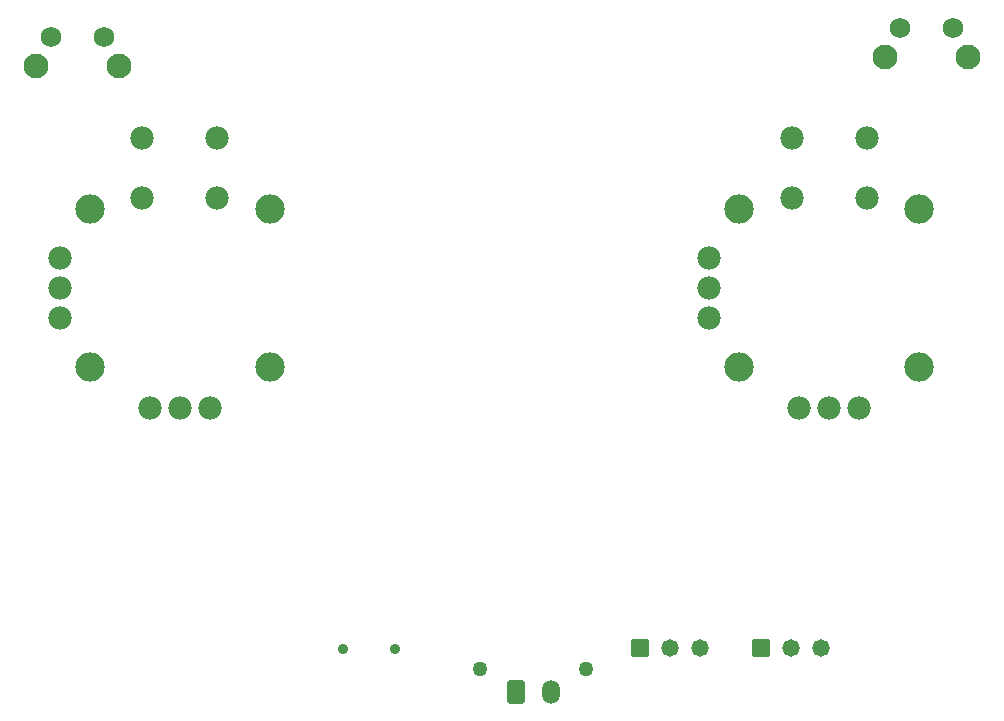
<source format=gbr>
%TF.GenerationSoftware,KiCad,Pcbnew,8.0.6*%
%TF.CreationDate,2025-02-26T11:59:33+01:00*%
%TF.ProjectId,CONTROL WIFI ESP32 S3 V4.0,434f4e54-524f-44c2-9057-494649204553,rev?*%
%TF.SameCoordinates,Original*%
%TF.FileFunction,Soldermask,Bot*%
%TF.FilePolarity,Negative*%
%FSLAX46Y46*%
G04 Gerber Fmt 4.6, Leading zero omitted, Abs format (unit mm)*
G04 Created by KiCad (PCBNEW 8.0.6) date 2025-02-26 11:59:33*
%MOMM*%
%LPD*%
G01*
G04 APERTURE LIST*
G04 Aperture macros list*
%AMRoundRect*
0 Rectangle with rounded corners*
0 $1 Rounding radius*
0 $2 $3 $4 $5 $6 $7 $8 $9 X,Y pos of 4 corners*
0 Add a 4 corners polygon primitive as box body*
4,1,4,$2,$3,$4,$5,$6,$7,$8,$9,$2,$3,0*
0 Add four circle primitives for the rounded corners*
1,1,$1+$1,$2,$3*
1,1,$1+$1,$4,$5*
1,1,$1+$1,$6,$7*
1,1,$1+$1,$8,$9*
0 Add four rect primitives between the rounded corners*
20,1,$1+$1,$2,$3,$4,$5,0*
20,1,$1+$1,$4,$5,$6,$7,0*
20,1,$1+$1,$6,$7,$8,$9,0*
20,1,$1+$1,$8,$9,$2,$3,0*%
G04 Aperture macros list end*
%ADD10RoundRect,0.102000X-0.634000X-0.634000X0.634000X-0.634000X0.634000X0.634000X-0.634000X0.634000X0*%
%ADD11C,1.472000*%
%ADD12C,1.982000*%
%ADD13C,2.490000*%
%ADD14C,2.100000*%
%ADD15C,1.750000*%
%ADD16C,0.900000*%
%ADD17C,1.270000*%
%ADD18RoundRect,0.250001X-0.499999X-0.759999X0.499999X-0.759999X0.499999X0.759999X-0.499999X0.759999X0*%
%ADD19O,1.500000X2.020000*%
G04 APERTURE END LIST*
D10*
%TO.C,POT1*%
X97950000Y-135500000D03*
D11*
X100490000Y-135500000D03*
X103030000Y-135500000D03*
%TD*%
D12*
%TO.C,U4*%
X100575000Y-92300000D03*
X106925000Y-92300000D03*
X100575000Y-97380000D03*
X106925000Y-97380000D03*
X101210000Y-115160000D03*
X103750000Y-115160000D03*
X106290000Y-115160000D03*
D13*
X96130000Y-98332500D03*
X96130000Y-111667500D03*
X111370000Y-111667500D03*
X111370000Y-98332500D03*
D12*
X93590000Y-102460000D03*
X93590000Y-105000000D03*
X93590000Y-107540000D03*
%TD*%
D14*
%TO.C,SW3*%
X36625000Y-86217500D03*
X43635000Y-86217500D03*
D15*
X37875000Y-83727500D03*
X42375000Y-83727500D03*
%TD*%
D16*
%TO.C,J3*%
X62600000Y-135575000D03*
X67000000Y-135575000D03*
%TD*%
D17*
%TO.C,J2*%
X74200000Y-137240000D03*
X83200000Y-137240000D03*
D18*
X77200000Y-139200000D03*
D19*
X80200000Y-139200000D03*
%TD*%
D12*
%TO.C,U5*%
X45575000Y-92300000D03*
X51925000Y-92300000D03*
X45575000Y-97380000D03*
X51925000Y-97380000D03*
X46210000Y-115160000D03*
X48750000Y-115160000D03*
X51290000Y-115160000D03*
D13*
X41130000Y-98332500D03*
X41130000Y-111667500D03*
X56370000Y-111667500D03*
X56370000Y-98332500D03*
D12*
X38590000Y-102460000D03*
X38590000Y-105000000D03*
X38590000Y-107540000D03*
%TD*%
D14*
%TO.C,SW2*%
X108475000Y-85452500D03*
X115485000Y-85452500D03*
D15*
X109725000Y-82962500D03*
X114225000Y-82962500D03*
%TD*%
D10*
%TO.C,POT2*%
X87760000Y-135500000D03*
D11*
X90300000Y-135500000D03*
X92840000Y-135500000D03*
%TD*%
M02*

</source>
